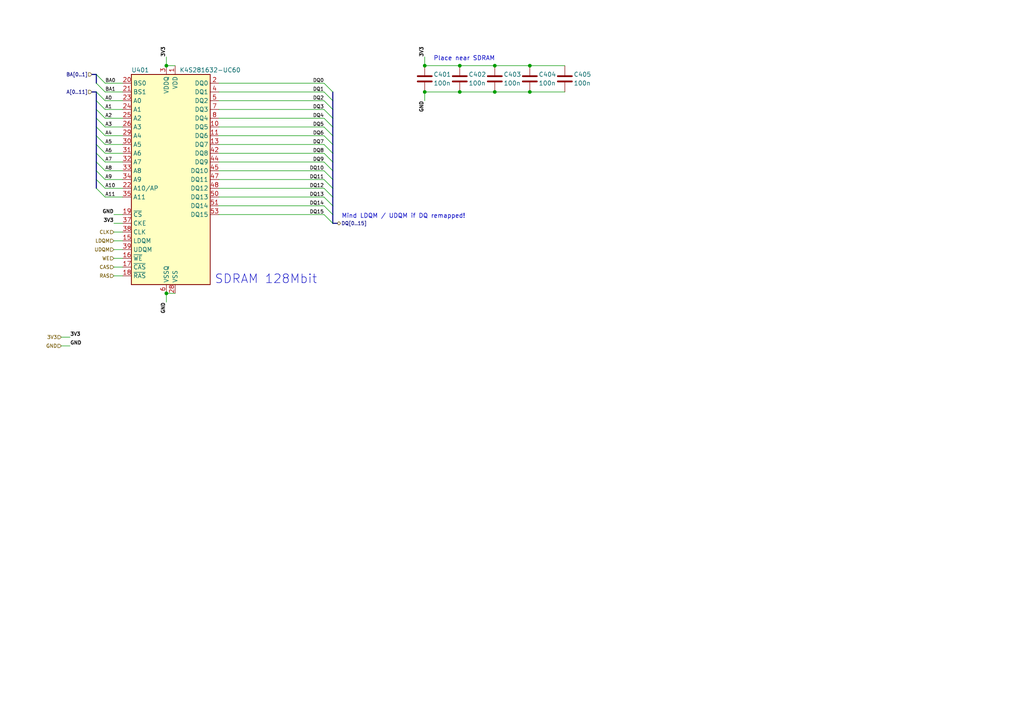
<source format=kicad_sch>
(kicad_sch
	(version 20250114)
	(generator "eeschema")
	(generator_version "9.0")
	(uuid "f57b8bed-92ea-4697-ba42-0ed6a6538d80")
	(paper "A4")
	(title_block
		(title "HeikouBox Mainboard - Memory")
		(date "2022-11-11")
		(rev "v0.1")
		(company "ksk")
	)
	(lib_symbols
		(symbol "Device:C"
			(pin_numbers
				(hide yes)
			)
			(pin_names
				(offset 0.254)
			)
			(exclude_from_sim no)
			(in_bom yes)
			(on_board yes)
			(property "Reference" "C"
				(at 0.635 2.54 0)
				(effects
					(font
						(size 1.27 1.27)
					)
					(justify left)
				)
			)
			(property "Value" "C"
				(at 0.635 -2.54 0)
				(effects
					(font
						(size 1.27 1.27)
					)
					(justify left)
				)
			)
			(property "Footprint" ""
				(at 0.9652 -3.81 0)
				(effects
					(font
						(size 1.27 1.27)
					)
					(hide yes)
				)
			)
			(property "Datasheet" "~"
				(at 0 0 0)
				(effects
					(font
						(size 1.27 1.27)
					)
					(hide yes)
				)
			)
			(property "Description" "Unpolarized capacitor"
				(at 0 0 0)
				(effects
					(font
						(size 1.27 1.27)
					)
					(hide yes)
				)
			)
			(property "ki_keywords" "cap capacitor"
				(at 0 0 0)
				(effects
					(font
						(size 1.27 1.27)
					)
					(hide yes)
				)
			)
			(property "ki_fp_filters" "C_*"
				(at 0 0 0)
				(effects
					(font
						(size 1.27 1.27)
					)
					(hide yes)
				)
			)
			(symbol "C_0_1"
				(polyline
					(pts
						(xy -2.032 0.762) (xy 2.032 0.762)
					)
					(stroke
						(width 0.508)
						(type default)
					)
					(fill
						(type none)
					)
				)
				(polyline
					(pts
						(xy -2.032 -0.762) (xy 2.032 -0.762)
					)
					(stroke
						(width 0.508)
						(type default)
					)
					(fill
						(type none)
					)
				)
			)
			(symbol "C_1_1"
				(pin passive line
					(at 0 3.81 270)
					(length 2.794)
					(name "~"
						(effects
							(font
								(size 1.27 1.27)
							)
						)
					)
					(number "1"
						(effects
							(font
								(size 1.27 1.27)
							)
						)
					)
				)
				(pin passive line
					(at 0 -3.81 90)
					(length 2.794)
					(name "~"
						(effects
							(font
								(size 1.27 1.27)
							)
						)
					)
					(number "2"
						(effects
							(font
								(size 1.27 1.27)
							)
						)
					)
				)
			)
			(embedded_fonts no)
		)
		(symbol "Memory_RAM:W9812G6KH-6"
			(exclude_from_sim no)
			(in_bom yes)
			(on_board yes)
			(property "Reference" "U"
				(at -10.16 31.75 0)
				(effects
					(font
						(size 1.27 1.27)
					)
				)
			)
			(property "Value" "W9812G6KH-6"
				(at -10.16 -33.02 0)
				(effects
					(font
						(size 1.27 1.27)
					)
				)
			)
			(property "Footprint" "Package_SO:TSOP-II-54_22.2x10.16mm_P0.8mm"
				(at 2.54 -7.62 0)
				(effects
					(font
						(size 1.27 1.27)
					)
					(hide yes)
				)
			)
			(property "Datasheet" "https://www.winbond.com/resource-files/da00-w9812g6khc1.pdf"
				(at -10.16 31.75 0)
				(effects
					(font
						(size 1.27 1.27)
					)
					(hide yes)
				)
			)
			(property "Description" "128Mb Synchronous DRAM, 2 Mb x 16 b x 4 Banks, 166 MHz, TSOP-II-54"
				(at 0 0 0)
				(effects
					(font
						(size 1.27 1.27)
					)
					(hide yes)
				)
			)
			(property "ki_keywords" "DRAM MEMORY"
				(at 0 0 0)
				(effects
					(font
						(size 1.27 1.27)
					)
					(hide yes)
				)
			)
			(property "ki_fp_filters" "TSOP?II*22.2x10.16mm*P0.8mm*"
				(at 0 0 0)
				(effects
					(font
						(size 1.27 1.27)
					)
					(hide yes)
				)
			)
			(symbol "W9812G6KH-6_1_1"
				(rectangle
					(start -10.16 30.48)
					(end 12.7 -30.48)
					(stroke
						(width 0.254)
						(type default)
					)
					(fill
						(type background)
					)
				)
				(pin input line
					(at -12.7 27.94 0)
					(length 2.54)
					(name "BS0"
						(effects
							(font
								(size 1.27 1.27)
							)
						)
					)
					(number "20"
						(effects
							(font
								(size 1.27 1.27)
							)
						)
					)
				)
				(pin input line
					(at -12.7 25.4 0)
					(length 2.54)
					(name "BS1"
						(effects
							(font
								(size 1.27 1.27)
							)
						)
					)
					(number "21"
						(effects
							(font
								(size 1.27 1.27)
							)
						)
					)
				)
				(pin input line
					(at -12.7 22.86 0)
					(length 2.54)
					(name "A0"
						(effects
							(font
								(size 1.27 1.27)
							)
						)
					)
					(number "23"
						(effects
							(font
								(size 1.27 1.27)
							)
						)
					)
				)
				(pin input line
					(at -12.7 20.32 0)
					(length 2.54)
					(name "A1"
						(effects
							(font
								(size 1.27 1.27)
							)
						)
					)
					(number "24"
						(effects
							(font
								(size 1.27 1.27)
							)
						)
					)
				)
				(pin input line
					(at -12.7 17.78 0)
					(length 2.54)
					(name "A2"
						(effects
							(font
								(size 1.27 1.27)
							)
						)
					)
					(number "25"
						(effects
							(font
								(size 1.27 1.27)
							)
						)
					)
				)
				(pin input line
					(at -12.7 15.24 0)
					(length 2.54)
					(name "A3"
						(effects
							(font
								(size 1.27 1.27)
							)
						)
					)
					(number "26"
						(effects
							(font
								(size 1.27 1.27)
							)
						)
					)
				)
				(pin input line
					(at -12.7 12.7 0)
					(length 2.54)
					(name "A4"
						(effects
							(font
								(size 1.27 1.27)
							)
						)
					)
					(number "29"
						(effects
							(font
								(size 1.27 1.27)
							)
						)
					)
				)
				(pin input line
					(at -12.7 10.16 0)
					(length 2.54)
					(name "A5"
						(effects
							(font
								(size 1.27 1.27)
							)
						)
					)
					(number "30"
						(effects
							(font
								(size 1.27 1.27)
							)
						)
					)
				)
				(pin input line
					(at -12.7 7.62 0)
					(length 2.54)
					(name "A6"
						(effects
							(font
								(size 1.27 1.27)
							)
						)
					)
					(number "31"
						(effects
							(font
								(size 1.27 1.27)
							)
						)
					)
				)
				(pin input line
					(at -12.7 5.08 0)
					(length 2.54)
					(name "A7"
						(effects
							(font
								(size 1.27 1.27)
							)
						)
					)
					(number "32"
						(effects
							(font
								(size 1.27 1.27)
							)
						)
					)
				)
				(pin input line
					(at -12.7 2.54 0)
					(length 2.54)
					(name "A8"
						(effects
							(font
								(size 1.27 1.27)
							)
						)
					)
					(number "33"
						(effects
							(font
								(size 1.27 1.27)
							)
						)
					)
				)
				(pin input line
					(at -12.7 0 0)
					(length 2.54)
					(name "A9"
						(effects
							(font
								(size 1.27 1.27)
							)
						)
					)
					(number "34"
						(effects
							(font
								(size 1.27 1.27)
							)
						)
					)
				)
				(pin input line
					(at -12.7 -2.54 0)
					(length 2.54)
					(name "A10/AP"
						(effects
							(font
								(size 1.27 1.27)
							)
						)
					)
					(number "22"
						(effects
							(font
								(size 1.27 1.27)
							)
						)
					)
				)
				(pin input line
					(at -12.7 -5.08 0)
					(length 2.54)
					(name "A11"
						(effects
							(font
								(size 1.27 1.27)
							)
						)
					)
					(number "35"
						(effects
							(font
								(size 1.27 1.27)
							)
						)
					)
				)
				(pin input line
					(at -12.7 -10.16 0)
					(length 2.54)
					(name "~{CS}"
						(effects
							(font
								(size 1.27 1.27)
							)
						)
					)
					(number "19"
						(effects
							(font
								(size 1.27 1.27)
							)
						)
					)
				)
				(pin input line
					(at -12.7 -12.7 0)
					(length 2.54)
					(name "CKE"
						(effects
							(font
								(size 1.27 1.27)
							)
						)
					)
					(number "37"
						(effects
							(font
								(size 1.27 1.27)
							)
						)
					)
				)
				(pin input line
					(at -12.7 -15.24 0)
					(length 2.54)
					(name "CLK"
						(effects
							(font
								(size 1.27 1.27)
							)
						)
					)
					(number "38"
						(effects
							(font
								(size 1.27 1.27)
							)
						)
					)
				)
				(pin input line
					(at -12.7 -17.78 0)
					(length 2.54)
					(name "LDQM"
						(effects
							(font
								(size 1.27 1.27)
							)
						)
					)
					(number "15"
						(effects
							(font
								(size 1.27 1.27)
							)
						)
					)
				)
				(pin input line
					(at -12.7 -20.32 0)
					(length 2.54)
					(name "UDQM"
						(effects
							(font
								(size 1.27 1.27)
							)
						)
					)
					(number "39"
						(effects
							(font
								(size 1.27 1.27)
							)
						)
					)
				)
				(pin input line
					(at -12.7 -22.86 0)
					(length 2.54)
					(name "~{WE}"
						(effects
							(font
								(size 1.27 1.27)
							)
						)
					)
					(number "16"
						(effects
							(font
								(size 1.27 1.27)
							)
						)
					)
				)
				(pin input line
					(at -12.7 -25.4 0)
					(length 2.54)
					(name "~{CAS}"
						(effects
							(font
								(size 1.27 1.27)
							)
						)
					)
					(number "17"
						(effects
							(font
								(size 1.27 1.27)
							)
						)
					)
				)
				(pin input line
					(at -12.7 -27.94 0)
					(length 2.54)
					(name "~{RAS}"
						(effects
							(font
								(size 1.27 1.27)
							)
						)
					)
					(number "18"
						(effects
							(font
								(size 1.27 1.27)
							)
						)
					)
				)
				(pin power_in line
					(at 0 33.02 270)
					(length 2.54)
					(name "VDDQ"
						(effects
							(font
								(size 1.27 1.27)
							)
						)
					)
					(number "3"
						(effects
							(font
								(size 1.27 1.27)
							)
						)
					)
				)
				(pin passive line
					(at 0 33.02 270)
					(length 2.54)
					(hide yes)
					(name "VDDQ"
						(effects
							(font
								(size 1.27 1.27)
							)
						)
					)
					(number "43"
						(effects
							(font
								(size 1.27 1.27)
							)
						)
					)
				)
				(pin passive line
					(at 0 33.02 270)
					(length 2.54)
					(hide yes)
					(name "VDDQ"
						(effects
							(font
								(size 1.27 1.27)
							)
						)
					)
					(number "49"
						(effects
							(font
								(size 1.27 1.27)
							)
						)
					)
				)
				(pin passive line
					(at 0 33.02 270)
					(length 2.54)
					(hide yes)
					(name "VDDQ"
						(effects
							(font
								(size 1.27 1.27)
							)
						)
					)
					(number "9"
						(effects
							(font
								(size 1.27 1.27)
							)
						)
					)
				)
				(pin passive line
					(at 0 -33.02 90)
					(length 2.54)
					(hide yes)
					(name "VSSQ"
						(effects
							(font
								(size 1.27 1.27)
							)
						)
					)
					(number "12"
						(effects
							(font
								(size 1.27 1.27)
							)
						)
					)
				)
				(pin passive line
					(at 0 -33.02 90)
					(length 2.54)
					(hide yes)
					(name "VSSQ"
						(effects
							(font
								(size 1.27 1.27)
							)
						)
					)
					(number "46"
						(effects
							(font
								(size 1.27 1.27)
							)
						)
					)
				)
				(pin passive line
					(at 0 -33.02 90)
					(length 2.54)
					(hide yes)
					(name "VSSQ"
						(effects
							(font
								(size 1.27 1.27)
							)
						)
					)
					(number "52"
						(effects
							(font
								(size 1.27 1.27)
							)
						)
					)
				)
				(pin power_in line
					(at 0 -33.02 90)
					(length 2.54)
					(name "VSSQ"
						(effects
							(font
								(size 1.27 1.27)
							)
						)
					)
					(number "6"
						(effects
							(font
								(size 1.27 1.27)
							)
						)
					)
				)
				(pin power_in line
					(at 2.54 33.02 270)
					(length 2.54)
					(name "VDD"
						(effects
							(font
								(size 1.27 1.27)
							)
						)
					)
					(number "1"
						(effects
							(font
								(size 1.27 1.27)
							)
						)
					)
				)
				(pin passive line
					(at 2.54 33.02 270)
					(length 2.54)
					(hide yes)
					(name "VDD"
						(effects
							(font
								(size 1.27 1.27)
							)
						)
					)
					(number "14"
						(effects
							(font
								(size 1.27 1.27)
							)
						)
					)
				)
				(pin passive line
					(at 2.54 33.02 270)
					(length 2.54)
					(hide yes)
					(name "VDD"
						(effects
							(font
								(size 1.27 1.27)
							)
						)
					)
					(number "27"
						(effects
							(font
								(size 1.27 1.27)
							)
						)
					)
				)
				(pin power_in line
					(at 2.54 -33.02 90)
					(length 2.54)
					(name "VSS"
						(effects
							(font
								(size 1.27 1.27)
							)
						)
					)
					(number "28"
						(effects
							(font
								(size 1.27 1.27)
							)
						)
					)
				)
				(pin passive line
					(at 2.54 -33.02 90)
					(length 2.54)
					(hide yes)
					(name "VSS"
						(effects
							(font
								(size 1.27 1.27)
							)
						)
					)
					(number "41"
						(effects
							(font
								(size 1.27 1.27)
							)
						)
					)
				)
				(pin passive line
					(at 2.54 -33.02 90)
					(length 2.54)
					(hide yes)
					(name "VSS"
						(effects
							(font
								(size 1.27 1.27)
							)
						)
					)
					(number "54"
						(effects
							(font
								(size 1.27 1.27)
							)
						)
					)
				)
				(pin no_connect line
					(at 12.7 -15.24 180)
					(length 2.54)
					(hide yes)
					(name "NC"
						(effects
							(font
								(size 1.27 1.27)
							)
						)
					)
					(number "36"
						(effects
							(font
								(size 1.27 1.27)
							)
						)
					)
				)
				(pin no_connect line
					(at 12.7 -17.78 180)
					(length 2.54)
					(hide yes)
					(name "NC"
						(effects
							(font
								(size 1.27 1.27)
							)
						)
					)
					(number "40"
						(effects
							(font
								(size 1.27 1.27)
							)
						)
					)
				)
				(pin bidirectional line
					(at 15.24 27.94 180)
					(length 2.54)
					(name "DQ0"
						(effects
							(font
								(size 1.27 1.27)
							)
						)
					)
					(number "2"
						(effects
							(font
								(size 1.27 1.27)
							)
						)
					)
				)
				(pin bidirectional line
					(at 15.24 25.4 180)
					(length 2.54)
					(name "DQ1"
						(effects
							(font
								(size 1.27 1.27)
							)
						)
					)
					(number "4"
						(effects
							(font
								(size 1.27 1.27)
							)
						)
					)
				)
				(pin bidirectional line
					(at 15.24 22.86 180)
					(length 2.54)
					(name "DQ2"
						(effects
							(font
								(size 1.27 1.27)
							)
						)
					)
					(number "5"
						(effects
							(font
								(size 1.27 1.27)
							)
						)
					)
				)
				(pin bidirectional line
					(at 15.24 20.32 180)
					(length 2.54)
					(name "DQ3"
						(effects
							(font
								(size 1.27 1.27)
							)
						)
					)
					(number "7"
						(effects
							(font
								(size 1.27 1.27)
							)
						)
					)
				)
				(pin bidirectional line
					(at 15.24 17.78 180)
					(length 2.54)
					(name "DQ4"
						(effects
							(font
								(size 1.27 1.27)
							)
						)
					)
					(number "8"
						(effects
							(font
								(size 1.27 1.27)
							)
						)
					)
				)
				(pin bidirectional line
					(at 15.24 15.24 180)
					(length 2.54)
					(name "DQ5"
						(effects
							(font
								(size 1.27 1.27)
							)
						)
					)
					(number "10"
						(effects
							(font
								(size 1.27 1.27)
							)
						)
					)
				)
				(pin bidirectional line
					(at 15.24 12.7 180)
					(length 2.54)
					(name "DQ6"
						(effects
							(font
								(size 1.27 1.27)
							)
						)
					)
					(number "11"
						(effects
							(font
								(size 1.27 1.27)
							)
						)
					)
				)
				(pin bidirectional line
					(at 15.24 10.16 180)
					(length 2.54)
					(name "DQ7"
						(effects
							(font
								(size 1.27 1.27)
							)
						)
					)
					(number "13"
						(effects
							(font
								(size 1.27 1.27)
							)
						)
					)
				)
				(pin bidirectional line
					(at 15.24 7.62 180)
					(length 2.54)
					(name "DQ8"
						(effects
							(font
								(size 1.27 1.27)
							)
						)
					)
					(number "42"
						(effects
							(font
								(size 1.27 1.27)
							)
						)
					)
				)
				(pin bidirectional line
					(at 15.24 5.08 180)
					(length 2.54)
					(name "DQ9"
						(effects
							(font
								(size 1.27 1.27)
							)
						)
					)
					(number "44"
						(effects
							(font
								(size 1.27 1.27)
							)
						)
					)
				)
				(pin bidirectional line
					(at 15.24 2.54 180)
					(length 2.54)
					(name "DQ10"
						(effects
							(font
								(size 1.27 1.27)
							)
						)
					)
					(number "45"
						(effects
							(font
								(size 1.27 1.27)
							)
						)
					)
				)
				(pin bidirectional line
					(at 15.24 0 180)
					(length 2.54)
					(name "DQ11"
						(effects
							(font
								(size 1.27 1.27)
							)
						)
					)
					(number "47"
						(effects
							(font
								(size 1.27 1.27)
							)
						)
					)
				)
				(pin bidirectional line
					(at 15.24 -2.54 180)
					(length 2.54)
					(name "DQ12"
						(effects
							(font
								(size 1.27 1.27)
							)
						)
					)
					(number "48"
						(effects
							(font
								(size 1.27 1.27)
							)
						)
					)
				)
				(pin bidirectional line
					(at 15.24 -5.08 180)
					(length 2.54)
					(name "DQ13"
						(effects
							(font
								(size 1.27 1.27)
							)
						)
					)
					(number "50"
						(effects
							(font
								(size 1.27 1.27)
							)
						)
					)
				)
				(pin bidirectional line
					(at 15.24 -7.62 180)
					(length 2.54)
					(name "DQ14"
						(effects
							(font
								(size 1.27 1.27)
							)
						)
					)
					(number "51"
						(effects
							(font
								(size 1.27 1.27)
							)
						)
					)
				)
				(pin bidirectional line
					(at 15.24 -10.16 180)
					(length 2.54)
					(name "DQ15"
						(effects
							(font
								(size 1.27 1.27)
							)
						)
					)
					(number "53"
						(effects
							(font
								(size 1.27 1.27)
							)
						)
					)
				)
			)
			(embedded_fonts no)
		)
	)
	(text "SDRAM 128Mbit"
		(exclude_from_sim no)
		(at 62.23 82.55 0)
		(effects
			(font
				(size 2.54 2.54)
			)
			(justify left bottom)
		)
		(uuid "25b90cfb-8648-46d0-8dd4-2e63ce1f86da")
	)
	(text "Place near SDRAM"
		(exclude_from_sim no)
		(at 125.73 17.78 0)
		(effects
			(font
				(size 1.27 1.27)
			)
			(justify left bottom)
		)
		(uuid "40f43c5b-199f-491e-9655-3897eb65cf40")
	)
	(text "Mind LDQM / UDQM if DQ remapped!"
		(exclude_from_sim no)
		(at 99.06 63.5 0)
		(effects
			(font
				(size 1.27 1.27)
			)
			(justify left bottom)
		)
		(uuid "dc6387e5-3e24-4f55-aae6-64a3e75bb381")
	)
	(junction
		(at 133.35 19.05)
		(diameter 0)
		(color 0 0 0 0)
		(uuid "1f06e3d9-5a5f-4768-bb26-4aecfee3a393")
	)
	(junction
		(at 153.67 26.67)
		(diameter 0)
		(color 0 0 0 0)
		(uuid "28820948-3560-4080-9f28-2dc7ca8d377a")
	)
	(junction
		(at 133.35 26.67)
		(diameter 0)
		(color 0 0 0 0)
		(uuid "310d4b31-ed6d-480f-b162-959dbc80c9ef")
	)
	(junction
		(at 143.51 19.05)
		(diameter 0)
		(color 0 0 0 0)
		(uuid "311f0e88-52dc-49b1-9be1-795e279c072d")
	)
	(junction
		(at 48.26 85.09)
		(diameter 0)
		(color 0 0 0 0)
		(uuid "73f2ed8d-dd61-435e-b0a9-3d628a3451d9")
	)
	(junction
		(at 123.19 26.67)
		(diameter 0)
		(color 0 0 0 0)
		(uuid "9dfa6b6b-cdc9-4953-b3e8-094a9f7e5609")
	)
	(junction
		(at 123.19 19.05)
		(diameter 0)
		(color 0 0 0 0)
		(uuid "c093d7fb-8bb8-4c67-991e-e7e37e16f8c2")
	)
	(junction
		(at 153.67 19.05)
		(diameter 0)
		(color 0 0 0 0)
		(uuid "d09b3d3c-2bc4-4427-8fd9-45d785cfd301")
	)
	(junction
		(at 143.51 26.67)
		(diameter 0)
		(color 0 0 0 0)
		(uuid "e466de55-e3ae-44e9-a090-0e683d7214af")
	)
	(junction
		(at 48.26 19.05)
		(diameter 0)
		(color 0 0 0 0)
		(uuid "f5570410-08ef-47bc-b508-36dcd1bcde9e")
	)
	(bus_entry
		(at 30.48 46.99)
		(size -2.54 -2.54)
		(stroke
			(width 0)
			(type default)
		)
		(uuid "0326ce77-e98c-4f71-ab6f-1657d9862935")
	)
	(bus_entry
		(at 93.98 46.99)
		(size 2.54 2.54)
		(stroke
			(width 0)
			(type default)
		)
		(uuid "103abfe1-9567-437e-9884-de17d595a5c1")
	)
	(bus_entry
		(at 93.98 54.61)
		(size 2.54 2.54)
		(stroke
			(width 0)
			(type default)
		)
		(uuid "12d868c3-da44-4515-a36b-5f8f8c1e9855")
	)
	(bus_entry
		(at 30.48 36.83)
		(size -2.54 -2.54)
		(stroke
			(width 0)
			(type default)
		)
		(uuid "165fd4a6-b2f9-4119-aee1-b9378da46674")
	)
	(bus_entry
		(at 93.98 57.15)
		(size 2.54 2.54)
		(stroke
			(width 0)
			(type default)
		)
		(uuid "1b23276d-9d77-46f2-a15f-bbee26f17889")
	)
	(bus_entry
		(at 30.48 49.53)
		(size -2.54 -2.54)
		(stroke
			(width 0)
			(type default)
		)
		(uuid "1ba288ce-5a41-45fb-827f-f9d696490098")
	)
	(bus_entry
		(at 93.98 44.45)
		(size 2.54 2.54)
		(stroke
			(width 0)
			(type default)
		)
		(uuid "1c733736-33b1-4d49-b40d-c5add29b17e8")
	)
	(bus_entry
		(at 30.48 39.37)
		(size -2.54 -2.54)
		(stroke
			(width 0)
			(type default)
		)
		(uuid "2db5c1fb-8686-4c2b-bfeb-65d728bedba3")
	)
	(bus_entry
		(at 93.98 31.75)
		(size 2.54 2.54)
		(stroke
			(width 0)
			(type default)
		)
		(uuid "30437a41-3226-4ad9-aeee-342d783f5dc2")
	)
	(bus_entry
		(at 30.48 52.07)
		(size -2.54 -2.54)
		(stroke
			(width 0)
			(type default)
		)
		(uuid "4113eb5c-c66d-470d-94a2-0459b8fd87c1")
	)
	(bus_entry
		(at 30.48 24.13)
		(size -2.54 -2.54)
		(stroke
			(width 0)
			(type default)
		)
		(uuid "43aa07ad-9ffa-4c86-bbf9-1f961474b8c4")
	)
	(bus_entry
		(at 93.98 59.69)
		(size 2.54 2.54)
		(stroke
			(width 0)
			(type default)
		)
		(uuid "46f9699c-c9aa-4120-a5ed-cf60f7224da8")
	)
	(bus_entry
		(at 30.48 54.61)
		(size -2.54 -2.54)
		(stroke
			(width 0)
			(type default)
		)
		(uuid "7c5dae6f-522a-4d5d-8961-677095845d7d")
	)
	(bus_entry
		(at 30.48 41.91)
		(size -2.54 -2.54)
		(stroke
			(width 0)
			(type default)
		)
		(uuid "7c6a84c8-b1ea-4b1b-ab2b-ca0b27f330c0")
	)
	(bus_entry
		(at 93.98 52.07)
		(size 2.54 2.54)
		(stroke
			(width 0)
			(type default)
		)
		(uuid "7e9a08f5-9e28-496f-980d-03e1dc7fb213")
	)
	(bus_entry
		(at 93.98 39.37)
		(size 2.54 2.54)
		(stroke
			(width 0)
			(type default)
		)
		(uuid "8127c310-80d6-48b4-a4ec-4a25ce4818b9")
	)
	(bus_entry
		(at 93.98 24.13)
		(size 2.54 2.54)
		(stroke
			(width 0)
			(type default)
		)
		(uuid "8368de17-268d-493f-bb55-7110d24a72b8")
	)
	(bus_entry
		(at 93.98 29.21)
		(size 2.54 2.54)
		(stroke
			(width 0)
			(type default)
		)
		(uuid "8423a5b0-26aa-400b-9967-5b16e3dae048")
	)
	(bus_entry
		(at 30.48 34.29)
		(size -2.54 -2.54)
		(stroke
			(width 0)
			(type default)
		)
		(uuid "8f99ee4a-9dd6-4b8b-807d-8046b281be9c")
	)
	(bus_entry
		(at 93.98 41.91)
		(size 2.54 2.54)
		(stroke
			(width 0)
			(type default)
		)
		(uuid "99a6592e-9d6e-45c6-8541-7a5ba39d352a")
	)
	(bus_entry
		(at 30.48 44.45)
		(size -2.54 -2.54)
		(stroke
			(width 0)
			(type default)
		)
		(uuid "9b2de121-20c5-424b-88be-0200304bc80a")
	)
	(bus_entry
		(at 30.48 31.75)
		(size -2.54 -2.54)
		(stroke
			(width 0)
			(type default)
		)
		(uuid "a586dfe1-0153-42c8-8f5b-8302b6836336")
	)
	(bus_entry
		(at 30.48 29.21)
		(size -2.54 -2.54)
		(stroke
			(width 0)
			(type default)
		)
		(uuid "bb8ead05-5a82-4e88-979d-b519f537c805")
	)
	(bus_entry
		(at 30.48 57.15)
		(size -2.54 -2.54)
		(stroke
			(width 0)
			(type default)
		)
		(uuid "bbe3d3b7-da90-41ea-bdd2-ce9202f6bde6")
	)
	(bus_entry
		(at 93.98 34.29)
		(size 2.54 2.54)
		(stroke
			(width 0)
			(type default)
		)
		(uuid "c4037087-d610-45cc-82df-badafb4e2033")
	)
	(bus_entry
		(at 93.98 36.83)
		(size 2.54 2.54)
		(stroke
			(width 0)
			(type default)
		)
		(uuid "cda0d263-c754-4a06-8e8b-49d2ddb1ed81")
	)
	(bus_entry
		(at 93.98 62.23)
		(size 2.54 2.54)
		(stroke
			(width 0)
			(type default)
		)
		(uuid "d12766d3-cdb4-4b7f-8ad1-680f8696a62c")
	)
	(bus_entry
		(at 30.48 26.67)
		(size -2.54 -2.54)
		(stroke
			(width 0)
			(type default)
		)
		(uuid "d157a1c5-3a93-4a9e-8373-e890cbcc47c7")
	)
	(bus_entry
		(at 93.98 26.67)
		(size 2.54 2.54)
		(stroke
			(width 0)
			(type default)
		)
		(uuid "d95f52e6-1c32-4a55-abfc-8c12c5a3faed")
	)
	(bus_entry
		(at 93.98 49.53)
		(size 2.54 2.54)
		(stroke
			(width 0)
			(type default)
		)
		(uuid "de5a6756-2ff4-484e-b476-5202e9c0b71b")
	)
	(wire
		(pts
			(xy 48.26 19.05) (xy 50.8 19.05)
		)
		(stroke
			(width 0)
			(type default)
		)
		(uuid "02c533de-e429-4952-8cd1-c1ffbcdcc37f")
	)
	(wire
		(pts
			(xy 30.48 41.91) (xy 35.56 41.91)
		)
		(stroke
			(width 0)
			(type default)
		)
		(uuid "07d9f780-c308-4f6c-9e23-da24ea214336")
	)
	(bus
		(pts
			(xy 27.94 26.67) (xy 27.94 29.21)
		)
		(stroke
			(width 0)
			(type default)
		)
		(uuid "07f7b03a-1b53-4db4-b2bc-699c5f7f664f")
	)
	(wire
		(pts
			(xy 30.48 29.21) (xy 35.56 29.21)
		)
		(stroke
			(width 0)
			(type default)
		)
		(uuid "0b75b2dd-cc44-4b59-b352-5138156d0cb0")
	)
	(wire
		(pts
			(xy 63.5 34.29) (xy 93.98 34.29)
		)
		(stroke
			(width 0)
			(type default)
		)
		(uuid "0bc52f0e-cad8-43df-a057-f0256eb8734f")
	)
	(bus
		(pts
			(xy 96.52 54.61) (xy 96.52 57.15)
		)
		(stroke
			(width 0)
			(type default)
		)
		(uuid "1108770a-fb65-416a-ba8b-765e058b4a20")
	)
	(bus
		(pts
			(xy 27.94 26.67) (xy 26.67 26.67)
		)
		(stroke
			(width 0)
			(type default)
		)
		(uuid "118ac8b3-4338-4bd4-959f-f86e166242c2")
	)
	(wire
		(pts
			(xy 63.5 54.61) (xy 93.98 54.61)
		)
		(stroke
			(width 0)
			(type default)
		)
		(uuid "168b4736-f663-4455-a47f-2908ed129c51")
	)
	(wire
		(pts
			(xy 30.48 26.67) (xy 35.56 26.67)
		)
		(stroke
			(width 0)
			(type default)
		)
		(uuid "1bd62ca8-dde7-436a-b4a0-2c92ceed813d")
	)
	(wire
		(pts
			(xy 30.48 24.13) (xy 35.56 24.13)
		)
		(stroke
			(width 0)
			(type default)
		)
		(uuid "236b6138-8415-46d6-a41e-f2449f46c6f7")
	)
	(wire
		(pts
			(xy 123.19 19.05) (xy 133.35 19.05)
		)
		(stroke
			(width 0)
			(type default)
		)
		(uuid "25ee91cf-a0a8-4eef-b377-43366b0da972")
	)
	(wire
		(pts
			(xy 143.51 26.67) (xy 153.67 26.67)
		)
		(stroke
			(width 0)
			(type default)
		)
		(uuid "278bebcd-b066-4835-890c-1c5fcde180d2")
	)
	(wire
		(pts
			(xy 63.5 49.53) (xy 93.98 49.53)
		)
		(stroke
			(width 0)
			(type default)
		)
		(uuid "281f3778-a5b9-4c71-8fbf-2aa7746a41dd")
	)
	(wire
		(pts
			(xy 63.5 62.23) (xy 93.98 62.23)
		)
		(stroke
			(width 0)
			(type default)
		)
		(uuid "293bdc32-9a5d-456f-abd1-1f13456f8fa2")
	)
	(wire
		(pts
			(xy 30.48 39.37) (xy 35.56 39.37)
		)
		(stroke
			(width 0)
			(type default)
		)
		(uuid "2b83055d-eb87-489d-86a1-e8fe6a61c700")
	)
	(wire
		(pts
			(xy 33.02 69.85) (xy 35.56 69.85)
		)
		(stroke
			(width 0)
			(type default)
		)
		(uuid "30dbf0c5-5e6b-4a2b-a3f0-7b42cac490d4")
	)
	(wire
		(pts
			(xy 30.48 31.75) (xy 35.56 31.75)
		)
		(stroke
			(width 0)
			(type default)
		)
		(uuid "3e6365a6-9cd1-4799-8216-508d7fa97990")
	)
	(wire
		(pts
			(xy 153.67 19.05) (xy 163.83 19.05)
		)
		(stroke
			(width 0)
			(type default)
		)
		(uuid "3fafd395-5241-45f7-ac3b-ff5cb85f2fcd")
	)
	(bus
		(pts
			(xy 27.94 46.99) (xy 27.94 49.53)
		)
		(stroke
			(width 0)
			(type default)
		)
		(uuid "41d120c7-4b04-4d8f-b254-4b3166a9d336")
	)
	(bus
		(pts
			(xy 96.52 62.23) (xy 96.52 64.77)
		)
		(stroke
			(width 0)
			(type default)
		)
		(uuid "462cb522-e084-421a-b120-c8ce6f26977d")
	)
	(wire
		(pts
			(xy 123.19 26.67) (xy 133.35 26.67)
		)
		(stroke
			(width 0)
			(type default)
		)
		(uuid "4a4ecd21-1c0a-48ba-bc31-382daea5846c")
	)
	(wire
		(pts
			(xy 63.5 26.67) (xy 93.98 26.67)
		)
		(stroke
			(width 0)
			(type default)
		)
		(uuid "4d9c8394-e993-4b9a-a909-37f6e2b855ed")
	)
	(wire
		(pts
			(xy 33.02 77.47) (xy 35.56 77.47)
		)
		(stroke
			(width 0)
			(type default)
		)
		(uuid "52128fb3-95fd-467c-98e8-fe0c0c8536f5")
	)
	(bus
		(pts
			(xy 96.52 29.21) (xy 96.52 31.75)
		)
		(stroke
			(width 0)
			(type default)
		)
		(uuid "530bfde2-ff3f-45ec-8384-56c573eb6c45")
	)
	(bus
		(pts
			(xy 96.52 26.67) (xy 96.52 29.21)
		)
		(stroke
			(width 0)
			(type default)
		)
		(uuid "5535165d-3077-4ebb-be17-937b1bb00a36")
	)
	(wire
		(pts
			(xy 33.02 74.93) (xy 35.56 74.93)
		)
		(stroke
			(width 0)
			(type default)
		)
		(uuid "577bb8be-547e-4eee-b278-927fb2da856a")
	)
	(bus
		(pts
			(xy 96.52 64.77) (xy 97.79 64.77)
		)
		(stroke
			(width 0)
			(type default)
		)
		(uuid "5b14a70d-178b-47c6-800a-8c4010f00c89")
	)
	(wire
		(pts
			(xy 33.02 72.39) (xy 35.56 72.39)
		)
		(stroke
			(width 0)
			(type default)
		)
		(uuid "5c1dc31e-9ded-48cd-a75d-dca7a1e68e18")
	)
	(bus
		(pts
			(xy 96.52 59.69) (xy 96.52 62.23)
		)
		(stroke
			(width 0)
			(type default)
		)
		(uuid "5cf98ba4-9d3e-4247-ab70-f3c2430e537a")
	)
	(wire
		(pts
			(xy 30.48 49.53) (xy 35.56 49.53)
		)
		(stroke
			(width 0)
			(type default)
		)
		(uuid "60165735-0407-46cf-a727-65e6558f0e53")
	)
	(bus
		(pts
			(xy 96.52 39.37) (xy 96.52 41.91)
		)
		(stroke
			(width 0)
			(type default)
		)
		(uuid "6b966359-7413-454b-be04-405ea3692879")
	)
	(wire
		(pts
			(xy 163.83 26.67) (xy 153.67 26.67)
		)
		(stroke
			(width 0)
			(type default)
		)
		(uuid "6e56e223-846f-40bc-a854-0184f29bd7f7")
	)
	(bus
		(pts
			(xy 96.52 52.07) (xy 96.52 54.61)
		)
		(stroke
			(width 0)
			(type default)
		)
		(uuid "71b43e97-8c8a-4055-aedc-9e889244bc5e")
	)
	(bus
		(pts
			(xy 96.52 31.75) (xy 96.52 34.29)
		)
		(stroke
			(width 0)
			(type default)
		)
		(uuid "72bb91f2-9c11-4c0b-875b-216f5b32da63")
	)
	(bus
		(pts
			(xy 96.52 34.29) (xy 96.52 36.83)
		)
		(stroke
			(width 0)
			(type default)
		)
		(uuid "72ef77cf-bc25-4973-99e4-976656bd09ca")
	)
	(wire
		(pts
			(xy 123.19 29.21) (xy 123.19 26.67)
		)
		(stroke
			(width 0)
			(type default)
		)
		(uuid "7373ecbd-2524-4c23-b51b-0afed955c315")
	)
	(wire
		(pts
			(xy 30.48 34.29) (xy 35.56 34.29)
		)
		(stroke
			(width 0)
			(type default)
		)
		(uuid "7d848b77-940a-4097-bef4-3629661b5114")
	)
	(bus
		(pts
			(xy 27.94 49.53) (xy 27.94 52.07)
		)
		(stroke
			(width 0)
			(type default)
		)
		(uuid "7efe05e2-59df-415f-b6e2-8b7a9e89c848")
	)
	(wire
		(pts
			(xy 63.5 59.69) (xy 93.98 59.69)
		)
		(stroke
			(width 0)
			(type default)
		)
		(uuid "80793a97-23ec-44c1-afc0-645f4724a356")
	)
	(wire
		(pts
			(xy 48.26 16.51) (xy 48.26 19.05)
		)
		(stroke
			(width 0)
			(type default)
		)
		(uuid "80f2bb60-4ca9-4544-88e8-e980d3e9c287")
	)
	(wire
		(pts
			(xy 63.5 36.83) (xy 93.98 36.83)
		)
		(stroke
			(width 0)
			(type default)
		)
		(uuid "83fc4aa4-1b69-4572-a915-facd214ad90b")
	)
	(wire
		(pts
			(xy 63.5 57.15) (xy 93.98 57.15)
		)
		(stroke
			(width 0)
			(type default)
		)
		(uuid "844900be-3470-4944-ba18-e38873cf2e02")
	)
	(bus
		(pts
			(xy 27.94 41.91) (xy 27.94 44.45)
		)
		(stroke
			(width 0)
			(type default)
		)
		(uuid "84c7fcc9-192b-486a-8682-32711ad7aaf6")
	)
	(wire
		(pts
			(xy 143.51 19.05) (xy 153.67 19.05)
		)
		(stroke
			(width 0)
			(type default)
		)
		(uuid "8947fd5c-c5c8-4216-933c-510f2dfe789d")
	)
	(wire
		(pts
			(xy 63.5 31.75) (xy 93.98 31.75)
		)
		(stroke
			(width 0)
			(type default)
		)
		(uuid "8c0c02f2-d718-47d5-9492-398543c76d0a")
	)
	(wire
		(pts
			(xy 33.02 80.01) (xy 35.56 80.01)
		)
		(stroke
			(width 0)
			(type default)
		)
		(uuid "8ead1aad-9381-4643-ad26-2bc4407db0c6")
	)
	(bus
		(pts
			(xy 96.52 57.15) (xy 96.52 59.69)
		)
		(stroke
			(width 0)
			(type default)
		)
		(uuid "8ffe34b1-db66-4fb0-a8a9-01e25cfca0d3")
	)
	(wire
		(pts
			(xy 33.02 64.77) (xy 35.56 64.77)
		)
		(stroke
			(width 0)
			(type default)
		)
		(uuid "90567887-85fd-43fb-b364-1f209a100f2d")
	)
	(bus
		(pts
			(xy 96.52 46.99) (xy 96.52 49.53)
		)
		(stroke
			(width 0)
			(type default)
		)
		(uuid "9537d9de-991b-4302-989b-0085c48f7100")
	)
	(bus
		(pts
			(xy 96.52 49.53) (xy 96.52 52.07)
		)
		(stroke
			(width 0)
			(type default)
		)
		(uuid "9673b6b8-a69d-4f72-9e89-523a04fab21a")
	)
	(wire
		(pts
			(xy 123.19 16.51) (xy 123.19 19.05)
		)
		(stroke
			(width 0)
			(type default)
		)
		(uuid "99e6e202-7553-4703-8edc-3482fbf5cea6")
	)
	(bus
		(pts
			(xy 27.94 36.83) (xy 27.94 39.37)
		)
		(stroke
			(width 0)
			(type default)
		)
		(uuid "9aa4feb3-1c5b-431c-9aba-e9a2525a9922")
	)
	(bus
		(pts
			(xy 96.52 36.83) (xy 96.52 39.37)
		)
		(stroke
			(width 0)
			(type default)
		)
		(uuid "a590f02b-4ed3-4070-8584-15be65186309")
	)
	(wire
		(pts
			(xy 33.02 62.23) (xy 35.56 62.23)
		)
		(stroke
			(width 0)
			(type default)
		)
		(uuid "a59c4650-156f-4357-8b5b-1d370754ef71")
	)
	(wire
		(pts
			(xy 63.5 41.91) (xy 93.98 41.91)
		)
		(stroke
			(width 0)
			(type default)
		)
		(uuid "a5a86b9d-e278-4da5-9b13-d6edbbf50c41")
	)
	(wire
		(pts
			(xy 133.35 19.05) (xy 143.51 19.05)
		)
		(stroke
			(width 0)
			(type default)
		)
		(uuid "abaecffa-4131-45fd-a192-a7a8c94c050d")
	)
	(wire
		(pts
			(xy 48.26 87.63) (xy 48.26 85.09)
		)
		(stroke
			(width 0)
			(type default)
		)
		(uuid "ac097305-20d3-4d2d-a1f6-6fcd39a250e8")
	)
	(wire
		(pts
			(xy 63.5 46.99) (xy 93.98 46.99)
		)
		(stroke
			(width 0)
			(type default)
		)
		(uuid "ad971ae1-84d8-48ae-a865-616c65d12657")
	)
	(bus
		(pts
			(xy 27.94 34.29) (xy 27.94 36.83)
		)
		(stroke
			(width 0)
			(type default)
		)
		(uuid "add5dcd5-56ea-47ad-b781-bd31cb88ac68")
	)
	(bus
		(pts
			(xy 27.94 31.75) (xy 27.94 34.29)
		)
		(stroke
			(width 0)
			(type default)
		)
		(uuid "b0d412c4-ce30-4ee2-becf-7be5c8324fff")
	)
	(wire
		(pts
			(xy 30.48 46.99) (xy 35.56 46.99)
		)
		(stroke
			(width 0)
			(type default)
		)
		(uuid "b55841b0-8145-4874-be9c-15f648eaaacb")
	)
	(wire
		(pts
			(xy 30.48 44.45) (xy 35.56 44.45)
		)
		(stroke
			(width 0)
			(type default)
		)
		(uuid "b6cea082-a1dd-4bac-85cf-1c94d29d5b9e")
	)
	(wire
		(pts
			(xy 48.26 85.09) (xy 50.8 85.09)
		)
		(stroke
			(width 0)
			(type default)
		)
		(uuid "b91dce1a-b625-4356-8990-da888b7d5fdd")
	)
	(bus
		(pts
			(xy 27.94 39.37) (xy 27.94 41.91)
		)
		(stroke
			(width 0)
			(type default)
		)
		(uuid "bbcc941a-7f0e-40c5-a426-c9901a4011fb")
	)
	(wire
		(pts
			(xy 33.02 67.31) (xy 35.56 67.31)
		)
		(stroke
			(width 0)
			(type default)
		)
		(uuid "bea4942d-cedf-44fa-bbe8-d741fe0fe5e0")
	)
	(wire
		(pts
			(xy 30.48 52.07) (xy 35.56 52.07)
		)
		(stroke
			(width 0)
			(type default)
		)
		(uuid "c1aac32c-2f1d-43a5-b1a8-3d8494254a8a")
	)
	(bus
		(pts
			(xy 96.52 44.45) (xy 96.52 46.99)
		)
		(stroke
			(width 0)
			(type default)
		)
		(uuid "c51bd634-800b-400f-b056-f407284a6cc8")
	)
	(wire
		(pts
			(xy 63.5 29.21) (xy 93.98 29.21)
		)
		(stroke
			(width 0)
			(type default)
		)
		(uuid "c7694c13-e28a-4d2d-9cc1-013dcec44c35")
	)
	(wire
		(pts
			(xy 63.5 44.45) (xy 93.98 44.45)
		)
		(stroke
			(width 0)
			(type default)
		)
		(uuid "c9101be0-95c3-4ddf-9b45-817720c89107")
	)
	(wire
		(pts
			(xy 30.48 57.15) (xy 35.56 57.15)
		)
		(stroke
			(width 0)
			(type default)
		)
		(uuid "cd388f07-64b7-42c2-a2a5-c7d534f56166")
	)
	(wire
		(pts
			(xy 63.5 39.37) (xy 93.98 39.37)
		)
		(stroke
			(width 0)
			(type default)
		)
		(uuid "cf82e720-96e1-41f1-9565-fe85fda96082")
	)
	(bus
		(pts
			(xy 27.94 21.59) (xy 26.67 21.59)
		)
		(stroke
			(width 0)
			(type default)
		)
		(uuid "d5088e53-c32e-41bb-aea8-b0ab9caa90c5")
	)
	(wire
		(pts
			(xy 133.35 26.67) (xy 143.51 26.67)
		)
		(stroke
			(width 0)
			(type default)
		)
		(uuid "d51fe905-718d-4047-9d95-aeeaa165ea02")
	)
	(bus
		(pts
			(xy 96.52 41.91) (xy 96.52 44.45)
		)
		(stroke
			(width 0)
			(type default)
		)
		(uuid "d9e5ce8b-571c-4467-9c4e-7bea7aaeddcc")
	)
	(bus
		(pts
			(xy 27.94 21.59) (xy 27.94 24.13)
		)
		(stroke
			(width 0)
			(type default)
		)
		(uuid "dbaf8581-ee0f-4579-9a98-00b8ee919586")
	)
	(wire
		(pts
			(xy 20.32 100.33) (xy 17.78 100.33)
		)
		(stroke
			(width 0)
			(type default)
		)
		(uuid "dc33802a-045e-4f21-9be0-ccc53689d65a")
	)
	(bus
		(pts
			(xy 27.94 52.07) (xy 27.94 54.61)
		)
		(stroke
			(width 0)
			(type default)
		)
		(uuid "ddc09275-84e2-4ebd-a685-a6fa94f52bdd")
	)
	(wire
		(pts
			(xy 20.32 97.79) (xy 17.78 97.79)
		)
		(stroke
			(width 0)
			(type default)
		)
		(uuid "df3d98b3-324e-444d-a599-860ee394ec73")
	)
	(bus
		(pts
			(xy 27.94 29.21) (xy 27.94 31.75)
		)
		(stroke
			(width 0)
			(type default)
		)
		(uuid "e3b2ba3e-6003-42a8-91fc-41c185ffcd73")
	)
	(wire
		(pts
			(xy 63.5 24.13) (xy 93.98 24.13)
		)
		(stroke
			(width 0)
			(type default)
		)
		(uuid "e8219fda-1ddb-415d-99c1-c7ed0c0ffd1a")
	)
	(wire
		(pts
			(xy 30.48 54.61) (xy 35.56 54.61)
		)
		(stroke
			(width 0)
			(type default)
		)
		(uuid "f2f835a5-1a35-4d20-9d0b-9a03d436440e")
	)
	(wire
		(pts
			(xy 30.48 36.83) (xy 35.56 36.83)
		)
		(stroke
			(width 0)
			(type default)
		)
		(uuid "f5fa34bb-561f-40a2-806e-49f9f0b9907a")
	)
	(wire
		(pts
			(xy 63.5 52.07) (xy 93.98 52.07)
		)
		(stroke
			(width 0)
			(type default)
		)
		(uuid "f7c42789-bb6a-439c-8893-c0b9184edba8")
	)
	(bus
		(pts
			(xy 27.94 44.45) (xy 27.94 46.99)
		)
		(stroke
			(width 0)
			(type default)
		)
		(uuid "f8c08fa4-3748-4c4c-b218-faaa7eb96437")
	)
	(label "DQ11"
		(at 93.98 52.07 180)
		(effects
			(font
				(size 1.016 1.016)
			)
			(justify right bottom)
		)
		(uuid "0eec1fa0-57ec-460c-a987-730054a5e1b2")
	)
	(label "A4"
		(at 30.48 39.37 0)
		(effects
			(font
				(size 1.016 1.016)
			)
			(justify left bottom)
		)
		(uuid "0fc54599-1c82-4be4-b806-e399e838823e")
	)
	(label "3V3"
		(at 123.19 16.51 90)
		(effects
			(font
				(size 1.016 1.016)
				(thickness 0.2032)
				(bold yes)
			)
			(justify left bottom)
		)
		(uuid "1a989307-ac0a-4371-8aae-340c407e4c72")
	)
	(label "A5"
		(at 30.48 41.91 0)
		(effects
			(font
				(size 1.016 1.016)
			)
			(justify left bottom)
		)
		(uuid "2252fae7-017a-47dc-8cf2-bd1aee7f68b7")
	)
	(label "A6"
		(at 30.48 44.45 0)
		(effects
			(font
				(size 1.016 1.016)
			)
			(justify left bottom)
		)
		(uuid "29e77fa0-126f-45c1-9edd-1e7dce894aa0")
	)
	(label "GND"
		(at 20.32 100.33 0)
		(effects
			(font
				(size 1.016 1.016)
				(thickness 0.2032)
				(bold yes)
			)
			(justify left bottom)
		)
		(uuid "2d504854-60d5-43e0-a1e1-7fd51b468b37")
	)
	(label "DQ2"
		(at 93.98 29.21 180)
		(effects
			(font
				(size 1.016 1.016)
			)
			(justify right bottom)
		)
		(uuid "38cf8dc1-7ca7-41a1-872a-6835f94f2313")
	)
	(label "A0"
		(at 30.48 29.21 0)
		(effects
			(font
				(size 1.016 1.016)
			)
			(justify left bottom)
		)
		(uuid "3e0bd504-103c-44a0-bdd6-aa23b6f0be32")
	)
	(label "DQ0"
		(at 93.98 24.13 180)
		(effects
			(font
				(size 1.016 1.016)
			)
			(justify right bottom)
		)
		(uuid "3f0efa00-1756-4e67-9e4f-981b195c77d7")
	)
	(label "A8"
		(at 30.48 49.53 0)
		(effects
			(font
				(size 1.016 1.016)
			)
			(justify left bottom)
		)
		(uuid "54f7fb9c-2f86-4fd0-8e5b-caed5eaaf3c8")
	)
	(label "DQ1"
		(at 93.98 26.67 180)
		(effects
			(font
				(size 1.016 1.016)
			)
			(justify right bottom)
		)
		(uuid "59693ea2-6848-4b19-aabf-342f71e19a5c")
	)
	(label "A2"
		(at 30.48 34.29 0)
		(effects
			(font
				(size 1.016 1.016)
			)
			(justify left bottom)
		)
		(uuid "62b06156-63f1-4b30-a1ba-ac58c299e158")
	)
	(label "GND"
		(at 123.19 29.21 270)
		(effects
			(font
				(size 1.016 1.016)
				(thickness 0.2032)
				(bold yes)
			)
			(justify right bottom)
		)
		(uuid "67cce9e7-7a28-4d10-980d-7417fcf2efb4")
	)
	(label "DQ13"
		(at 93.98 57.15 180)
		(effects
			(font
				(size 1.016 1.016)
			)
			(justify right bottom)
		)
		(uuid "6f467860-5319-4c32-86a5-4fb3b12bc299")
	)
	(label "3V3"
		(at 33.02 64.77 180)
		(effects
			(font
				(size 1.016 1.016)
				(thickness 0.2032)
				(bold yes)
			)
			(justify right bottom)
		)
		(uuid "7087fe02-c09c-42fe-9e3a-f2c5e7c465f8")
	)
	(label "DQ8"
		(at 93.98 44.45 180)
		(effects
			(font
				(size 1.016 1.016)
			)
			(justify right bottom)
		)
		(uuid "778704af-6272-4aaa-aaea-caaa0d0c0ee0")
	)
	(label "BA1"
		(at 30.48 26.67 0)
		(effects
			(font
				(size 1.016 1.016)
			)
			(justify left bottom)
		)
		(uuid "849fc634-3d07-45c9-8323-ed5ab66ef3b2")
	)
	(label "A7"
		(at 30.48 46.99 0)
		(effects
			(font
				(size 1.016 1.016)
			)
			(justify left bottom)
		)
		(uuid "8a0ed6c1-457c-4344-8cae-0fc30269e481")
	)
	(label "DQ10"
		(at 93.98 49.53 180)
		(effects
			(font
				(size 1.016 1.016)
			)
			(justify right bottom)
		)
		(uuid "8f826564-5195-463b-a559-8858e99832ad")
	)
	(label "DQ5"
		(at 93.98 36.83 180)
		(effects
			(font
				(size 1.016 1.016)
			)
			(justify right bottom)
		)
		(uuid "b5d94b93-c8c8-45a1-b1df-bf385562a508")
	)
	(label "A1"
		(at 30.48 31.75 0)
		(effects
			(font
				(size 1.016 1.016)
			)
			(justify left bottom)
		)
		(uuid "b9d8df30-dbd8-486a-93be-e95fbd7edcb6")
	)
	(label "BA0"
		(at 30.48 24.13 0)
		(effects
			(font
				(size 1.016 1.016)
			)
			(justify left bottom)
		)
		(uuid "bf8739bb-34fe-4e43-9229-65ca83a06c11")
	)
	(label "DQ14"
		(at 93.98 59.69 180)
		(effects
			(font
				(size 1.016 1.016)
			)
			(justify right bottom)
		)
		(uuid "c1f6e2d7-ecc9-4056-a704-f843c21c9c54")
	)
	(label "A3"
		(at 30.48 36.83 0)
		(effects
			(font
				(size 1.016 1.016)
			)
			(justify left bottom)
		)
		(uuid "c6ba38ed-e03b-4162-97e6-589507b9f4c2")
	)
	(label "DQ3"
		(at 93.98 31.75 180)
		(effects
			(font
				(size 1.016 1.016)
			)
			(justify right bottom)
		)
		(uuid "c71b44a1-e223-4103-a8a2-d7cc5eb7c10a")
	)
	(label "GND"
		(at 33.02 62.23 180)
		(effects
			(font
				(size 1.016 1.016)
				(thickness 0.2032)
				(bold yes)
			)
			(justify right bottom)
		)
		(uuid "c84b4bf8-679e-4af9-87e4-70e3b6e9ad4a")
	)
	(label "A10"
		(at 30.48 54.61 0)
		(effects
			(font
				(size 1.016 1.016)
			)
			(justify left bottom)
		)
		(uuid "ca323d27-4219-4369-b348-18440f587609")
	)
	(label "DQ7"
		(at 93.98 41.91 180)
		(effects
			(font
				(size 1.016 1.016)
			)
			(justify right bottom)
		)
		(uuid "cc3c4464-ea51-485f-9146-bf420ac7bad4")
	)
	(label "DQ12"
		(at 93.98 54.61 180)
		(effects
			(font
				(size 1.016 1.016)
			)
			(justify right bottom)
		)
		(uuid "d9437663-2c20-4e29-b2b2-a813a36d1942")
	)
	(label "DQ4"
		(at 93.98 34.29 180)
		(effects
			(font
				(size 1.016 1.016)
			)
			(justify right bottom)
		)
		(uuid "dca21df1-ff8b-4c10-9324-87262dd3d8f3")
	)
	(label "A9"
		(at 30.48 52.07 0)
		(effects
			(font
				(size 1.016 1.016)
			)
			(justify left bottom)
		)
		(uuid "de0ea027-01d9-4f3f-b22f-56d656585729")
	)
	(label "DQ9"
		(at 93.98 46.99 180)
		(effects
			(font
				(size 1.016 1.016)
			)
			(justify right bottom)
		)
		(uuid "e05e13d0-a8f7-48e5-bb03-a4f125b08a20")
	)
	(label "GND"
		(at 48.26 87.63 270)
		(effects
			(font
				(size 1.016 1.016)
				(thickness 0.2032)
				(bold yes)
			)
			(justify right bottom)
		)
		(uuid "e804a3cf-3be8-4cf9-a263-69f30426fc33")
	)
	(label "A11"
		(at 30.48 57.15 0)
		(effects
			(font
				(size 1.016 1.016)
			)
			(justify left bottom)
		)
		(uuid "e80bd342-b1ff-47d0-a53e-263923c54414")
	)
	(label "3V3"
		(at 48.26 16.51 90)
		(effects
			(font
				(size 1.016 1.016)
				(thickness 0.2032)
				(bold yes)
			)
			(justify left bottom)
		)
		(uuid "f161877a-95ac-4432-86e2-17f060a06245")
	)
	(label "3V3"
		(at 20.32 97.79 0)
		(effects
			(font
				(size 1.016 1.016)
				(thickness 0.2032)
				(bold yes)
			)
			(justify left bottom)
		)
		(uuid "f4595067-529d-4c51-9e71-93bf14026fb8")
	)
	(label "DQ15"
		(at 93.98 62.23 180)
		(effects
			(font
				(size 1.016 1.016)
			)
			(justify right bottom)
		)
		(uuid "fa8f97a4-ef97-4013-bc5b-7b120ab1f308")
	)
	(label "DQ6"
		(at 93.98 39.37 180)
		(effects
			(font
				(size 1.016 1.016)
			)
			(justify right bottom)
		)
		(uuid "fb45428d-d70d-49b6-8ef7-30b2ef125ea6")
	)
	(hierarchical_label "BA[0..1]"
		(shape input)
		(at 26.67 21.59 180)
		(effects
			(font
				(size 1.016 1.016)
			)
			(justify right)
		)
		(uuid "3d0a6723-6d44-4555-b208-a4269e0e6296")
	)
	(hierarchical_label "A[0..11]"
		(shape input)
		(at 26.67 26.67 180)
		(effects
			(font
				(size 1.016 1.016)
			)
			(justify right)
		)
		(uuid "3e846a4e-90eb-419c-9f2a-a3400f9b36eb")
	)
	(hierarchical_label "DQ[0..15]"
		(shape bidirectional)
		(at 97.79 64.77 0)
		(effects
			(font
				(size 1.016 1.016)
			)
			(justify left)
		)
		(uuid "42b8741e-15e7-4da3-b8f2-248e6983a369")
	)
	(hierarchical_label "CAS"
		(shape input)
		(at 33.02 77.47 180)
		(effects
			(font
				(size 1.016 1.016)
			)
			(justify right)
		)
		(uuid "51016f7e-ceb0-473d-a816-47f66507ea07")
	)
	(hierarchical_label "WE"
		(shape input)
		(at 33.02 74.93 180)
		(effects
			(font
				(size 1.016 1.016)
			)
			(justify right)
		)
		(uuid "694ff644-4612-4ee3-b14c-8547b1073259")
	)
	(hierarchical_label "UDQM"
		(shape input)
		(at 33.02 72.39 180)
		(effects
			(font
				(size 1.016 1.016)
			)
			(justify right)
		)
		(uuid "83665453-7d38-4fd8-9c17-3b83c58e274e")
	)
	(hierarchical_label "3V3"
		(shape input)
		(at 17.78 97.79 180)
		(effects
			(font
				(size 1.016 1.016)
			)
			(justify right)
		)
		(uuid "9df87ca7-41c2-448b-94aa-f2b12ac5b7b9")
	)
	(hierarchical_label "CLK"
		(shape input)
		(at 33.02 67.31 180)
		(effects
			(font
				(size 1.016 1.016)
			)
			(justify right)
		)
		(uuid "bbbc26ef-1c6f-4537-a3b0-b94e4f92e2f6")
	)
	(hierarchical_label "GND"
		(shape input)
		(at 17.78 100.33 180)
		(effects
			(font
				(size 1.016 1.016)
			)
			(justify right)
		)
		(uuid "bd954e46-37d9-4f14-95f9-eb9f8eb10ac0")
	)
	(hierarchical_label "LDQM"
		(shape input)
		(at 33.02 69.85 180)
		(effects
			(font
				(size 1.016 1.016)
			)
			(justify right)
		)
		(uuid "cc219246-c8f0-400e-bf00-16f75b14bd81")
	)
	(hierarchical_label "RAS"
		(shape input)
		(at 33.02 80.01 180)
		(effects
			(font
				(size 1.016 1.016)
			)
			(justify right)
		)
		(uuid "ebc70fc8-738b-466b-b295-6f98ea62fd04")
	)
	(symbol
		(lib_id "Device:C")
		(at 163.83 22.86 0)
		(unit 1)
		(exclude_from_sim no)
		(in_bom yes)
		(on_board yes)
		(dnp no)
		(uuid "00000000-0000-0000-0000-00006428d654")
		(property "Reference" "C405"
			(at 166.37 21.59 0)
			(effects
				(font
					(size 1.27 1.27)
				)
				(justify left)
			)
		)
		(property "Value" "100n"
			(at 166.37 24.13 0)
			(effects
				(font
					(size 1.27 1.27)
				)
				(justify left)
			)
		)
		(property "Footprint" "Capacitor_SMD:C_0603_1608Metric_Pad1.08x0.95mm_HandSolder"
			(at 164.7952 26.67 0)
			(effects
				(font
					(size 1.27 1.27)
				)
				(hide yes)
			)
		)
		(property "Datasheet" "~"
			(at 163.83 22.86 0)
			(effects
				(font
					(size 1.27 1.27)
				)
				(hide yes)
			)
		)
		(property "Description" ""
			(at 163.83 22.86 0)
			(effects
				(font
					(size 1.27 1.27)
				)
			)
		)
		(pin "1"
			(uuid "8c148833-d5aa-44b3-9be0-b0f168f72a3c")
		)
		(pin "2"
			(uuid "3a9616d2-c8e3-4de3-8025-a9e789e8d598")
		)
		(instances
			(project "HeikouBox"
				(path "/5c3f5860-9ac5-47b9-adbc-b14f34190e79/00000000-0000-0000-0000-0000729f40c7"
					(reference "C405")
					(unit 1)
				)
			)
		)
	)
	(symbol
		(lib_id "Memory_RAM:W9812G6KH-6")
		(at 48.26 52.07 0)
		(unit 1)
		(exclude_from_sim no)
		(in_bom yes)
		(on_board yes)
		(dnp no)
		(uuid "00000000-0000-0000-0000-000067c6e5c7")
		(property "Reference" "U401"
			(at 38.1 20.32 0)
			(effects
				(font
					(size 1.27 1.27)
				)
				(justify left)
			)
		)
		(property "Value" "K4S281632-UC60"
			(at 60.96 20.32 0)
			(effects
				(font
					(size 1.27 1.27)
				)
			)
		)
		(property "Footprint" "Package_SO:TSOP-II-54_22.2x10.16mm_P0.8mm"
			(at 50.8 59.69 0)
			(effects
				(font
					(size 1.27 1.27)
				)
				(hide yes)
			)
		)
		(property "Datasheet" "https://www.winbond.com/resource-files/da00-w9812g6khc1.pdf"
			(at 38.1 20.32 0)
			(effects
				(font
					(size 1.27 1.27)
				)
				(hide yes)
			)
		)
		(property "Description" ""
			(at 48.26 52.07 0)
			(effects
				(font
					(size 1.27 1.27)
				)
			)
		)
		(pin "1"
			(uuid "b0fcfe7f-570d-4ce4-9a9f-21857b9af718")
		)
		(pin "10"
			(uuid "270882ff-b3ec-4462-b547-3f0b62b5e6bc")
		)
		(pin "11"
			(uuid "3bc8c0fe-b5b5-4e71-ac02-ad545f962983")
		)
		(pin "12"
			(uuid "26a8b384-d74e-4b55-86cb-a55071d962bb")
		)
		(pin "13"
			(uuid "61949172-9e67-4068-b655-dc296f531a69")
		)
		(pin "14"
			(uuid "cb60cd09-0ad6-4a06-8818-c15adfd0499d")
		)
		(pin "15"
			(uuid "3909b698-40d3-4548-a691-8c17a729001f")
		)
		(pin "16"
			(uuid "75a98061-35cc-44ed-9b33-315fc94d8fb8")
		)
		(pin "17"
			(uuid "14e18756-a1d7-4fa3-be48-c809b6cebcb7")
		)
		(pin "18"
			(uuid "03eb834b-5142-4dc9-94a0-a4bcb30ec750")
		)
		(pin "19"
			(uuid "fac16bb5-d334-45be-8097-5a8b7f520813")
		)
		(pin "2"
			(uuid "8f1153dc-559c-48fb-95b0-d0eed5d99294")
		)
		(pin "20"
			(uuid "02a41387-6a30-454e-861a-094c0c2fd2bb")
		)
		(pin "21"
			(uuid "9476e896-8042-41a9-b5c5-f6fa46dcb94d")
		)
		(pin "22"
			(uuid "4a2032af-4d31-425d-8fd2-84c9127db8b7")
		)
		(pin "23"
			(uuid "95ed43f9-6125-4f39-ab3c-7a9f2a2aba76")
		)
		(pin "24"
			(uuid "40bca181-bb8a-4bd0-a439-8752f76007ec")
		)
		(pin "25"
			(uuid "7914b66e-0750-40a4-a8b5-596329706f49")
		)
		(pin "26"
			(uuid "eb41aa5c-f4f8-419f-8ea9-2ab4a249f9d8")
		)
		(pin "27"
			(uuid "edab5ae3-5121-4e17-84f1-5b2c62de7631")
		)
		(pin "28"
			(uuid "4efcc89e-62c9-4ac0-960c-14942e7cf8d2")
		)
		(pin "29"
			(uuid "a9c0fb6d-c66e-4e89-8f29-c5865fbb18e8")
		)
		(pin "3"
			(uuid "f9086558-d4ff-44db-a3e5-8db7416eacee")
		)
		(pin "30"
			(uuid "934f3c34-199e-4f74-8965-1549ca9110fc")
		)
		(pin "31"
			(uuid "468f8fdb-e051-445e-b724-9f2bc90cc3c9")
		)
		(pin "32"
			(uuid "6119542e-cefb-443d-8bdc-29dd04e46c38")
		)
		(pin "33"
			(uuid "516c876f-c124-4c13-b5e0-3e135f378610")
		)
		(pin "34"
			(uuid "1669ce98-c40e-46aa-b533-a4caf2796742")
		)
		(pin "35"
			(uuid "83cdf26d-6ee2-433e-9f02-100aebb9f394")
		)
		(pin "36"
			(uuid "a616f685-c1ce-4e85-9bd1-1de2045a84f6")
		)
		(pin "37"
			(uuid "a3ad54a7-3730-459d-9c3d-24a2ff3e5b29")
		)
		(pin "38"
			(uuid "6c0ffc53-bdfd-40df-8ab0-57619e1d10a8")
		)
		(pin "39"
			(uuid "7890a139-b9f6-4ce5-bc6a-dfde6eb08923")
		)
		(pin "4"
			(uuid "9ba712ab-74f8-476f-beef-5f111ce9109b")
		)
		(pin "40"
			(uuid "41ee2eb8-d857-4338-adc7-57584d6f0ee3")
		)
		(pin "41"
			(uuid "4d00de46-642a-440e-9cac-e15b92df227f")
		)
		(pin "42"
			(uuid "d5faaec5-b4f7-4246-911e-803d23998efd")
		)
		(pin "43"
			(uuid "b6fc38ed-5c5c-4825-8cb7-6fa9b7d60411")
		)
		(pin "44"
			(uuid "73740475-2385-475e-8503-914888048d99")
		)
		(pin "45"
			(uuid "79ada49e-24cf-4d4d-9d8a-da9ebf5049aa")
		)
		(pin "46"
			(uuid "9e579b51-1f20-4c6d-8d1e-bc792c1e36b1")
		)
		(pin "47"
			(uuid "db6fd00e-daab-4a7c-8865-6b89b29016ba")
		)
		(pin "48"
			(uuid "61edcc93-40d6-4e30-b94f-2bca6d426ebb")
		)
		(pin "49"
			(uuid "a1ff1bfc-b29e-4cbe-8a2c-8b16945e776f")
		)
		(pin "5"
			(uuid "24e17eed-73e9-4f85-a1fe-c6ba0fcddb71")
		)
		(pin "50"
			(uuid "667fbb32-5536-43cb-a9e7-6e41c20eb9c3")
		)
		(pin "51"
			(uuid "8d3ad9bf-2e37-47f9-b04c-898eec0f78f8")
		)
		(pin "52"
			(uuid "54811c9e-eb73-4c8f-aabe-7957afac62d7")
		)
		(pin "53"
			(uuid "1c7beb30-faba-47d0-a264-7206033b732c")
		)
		(pin "54"
			(uuid "23bbccd9-d0c1-428c-b7cd-37d97e66b03c")
		)
		(pin "6"
			(uuid "287d6c30-b0e9-4ebd-a412-34ab13ea0675")
		)
		(pin "7"
			(uuid "fd09e873-f6e4-4f79-a74d-7729f2808cc4")
		)
		(pin "8"
			(uuid "b200b787-752c-4a51-b5bc-1337e19149be")
		)
		(pin "9"
			(uuid "47c7834f-06bc-42c9-a89e-f69fef003ce1")
		)
		(instances
			(project "HeikouBox"
				(path "/5c3f5860-9ac5-47b9-adbc-b14f34190e79/00000000-0000-0000-0000-0000729f40c7"
					(reference "U401")
					(unit 1)
				)
			)
		)
	)
	(symbol
		(lib_id "Device:C")
		(at 123.19 22.86 0)
		(unit 1)
		(exclude_from_sim no)
		(in_bom yes)
		(on_board yes)
		(dnp no)
		(uuid "00000000-0000-0000-0000-000067c6e5d3")
		(property "Reference" "C401"
			(at 125.73 21.59 0)
			(effects
				(font
					(size 1.27 1.27)
				)
				(justify left)
			)
		)
		(property "Value" "100n"
			(at 125.73 24.13 0)
			(effects
				(font
					(size 1.27 1.27)
				)
				(justify left)
			)
		)
		(property "Footprint" "Capacitor_SMD:C_0603_1608Metric_Pad1.08x0.95mm_HandSolder"
			(at 124.1552 26.67 0)
			(effects
				(font
					(size 1.27 1.27)
				)
				(hide yes)
			)
		)
		(property "Datasheet" "~"
			(at 123.19 22.86 0)
			(effects
				(font
					(size 1.27 1.27)
				)
				(hide yes)
			)
		)
		(property "Description" ""
			(at 123.19 22.86 0)
			(effects
				(font
					(size 1.27 1.27)
				)
			)
		)
		(pin "1"
			(uuid "b9fb7421-58b7-41c2-b70f-885974ab3f17")
		)
		(pin "2"
			(uuid "b4e883b2-1789-459f-9027-1a85c6953361")
		)
		(instances
			(project "HeikouBox"
				(path "/5c3f5860-9ac5-47b9-adbc-b14f34190e79/00000000-0000-0000-0000-0000729f40c7"
					(reference "C401")
					(unit 1)
				)
			)
		)
	)
	(symbol
		(lib_id "Device:C")
		(at 133.35 22.86 0)
		(unit 1)
		(exclude_from_sim no)
		(in_bom yes)
		(on_board yes)
		(dnp no)
		(uuid "00000000-0000-0000-0000-000067c75bad")
		(property "Reference" "C402"
			(at 135.89 21.59 0)
			(effects
				(font
					(size 1.27 1.27)
				)
				(justify left)
			)
		)
		(property "Value" "100n"
			(at 135.89 24.13 0)
			(effects
				(font
					(size 1.27 1.27)
				)
				(justify left)
			)
		)
		(property "Footprint" "Capacitor_SMD:C_0603_1608Metric_Pad1.08x0.95mm_HandSolder"
			(at 134.3152 26.67 0)
			(effects
				(font
					(size 1.27 1.27)
				)
				(hide yes)
			)
		)
		(property "Datasheet" "~"
			(at 133.35 22.86 0)
			(effects
				(font
					(size 1.27 1.27)
				)
				(hide yes)
			)
		)
		(property "Description" ""
			(at 133.35 22.86 0)
			(effects
				(font
					(size 1.27 1.27)
				)
			)
		)
		(pin "1"
			(uuid "e21cb94b-cb2f-4e77-b9cb-144257c45a91")
		)
		(pin "2"
			(uuid "5a9fdb25-84cd-4f0e-aeda-1987437ceffe")
		)
		(instances
			(project "HeikouBox"
				(path "/5c3f5860-9ac5-47b9-adbc-b14f34190e79/00000000-0000-0000-0000-0000729f40c7"
					(reference "C402")
					(unit 1)
				)
			)
		)
	)
	(symbol
		(lib_id "Device:C")
		(at 143.51 22.86 0)
		(unit 1)
		(exclude_from_sim no)
		(in_bom yes)
		(on_board yes)
		(dnp no)
		(uuid "00000000-0000-0000-0000-000067c77112")
		(property "Reference" "C403"
			(at 146.05 21.59 0)
			(effects
				(font
					(size 1.27 1.27)
				)
				(justify left)
			)
		)
		(property "Value" "100n"
			(at 146.05 24.13 0)
			(effects
				(font
					(size 1.27 1.27)
				)
				(justify left)
			)
		)
		(property "Footprint" "Capacitor_SMD:C_0603_1608Metric_Pad1.08x0.95mm_HandSolder"
			(at 144.4752 26.67 0)
			(effects
				(font
					(size 1.27 1.27)
				)
				(hide yes)
			)
		)
		(property "Datasheet" "~"
			(at 143.51 22.86 0)
			(effects
				(font
					(size 1.27 1.27)
				)
				(hide yes)
			)
		)
		(property "Description" ""
			(at 143.51 22.86 0)
			(effects
				(font
					(size 1.27 1.27)
				)
			)
		)
		(pin "1"
			(uuid "d61aa2c5-8a40-418b-a8c7-430dbfa9d9fa")
		)
		(pin "2"
			(uuid "9e3013da-6660-4242-8854-ed1ed98933af")
		)
		(instances
			(project "HeikouBox"
				(path "/5c3f5860-9ac5-47b9-adbc-b14f34190e79/00000000-0000-0000-0000-0000729f40c7"
					(reference "C403")
					(unit 1)
				)
			)
		)
	)
	(symbol
		(lib_id "Device:C")
		(at 153.67 22.86 0)
		(unit 1)
		(exclude_from_sim no)
		(in_bom yes)
		(on_board yes)
		(dnp no)
		(uuid "00000000-0000-0000-0000-000067c78383")
		(property "Reference" "C404"
			(at 156.21 21.59 0)
			(effects
				(font
					(size 1.27 1.27)
				)
				(justify left)
			)
		)
		(property "Value" "100n"
			(at 156.21 24.13 0)
			(effects
				(font
					(size 1.27 1.27)
				)
				(justify left)
			)
		)
		(property "Footprint" "Capacitor_SMD:C_0603_1608Metric_Pad1.08x0.95mm_HandSolder"
			(at 154.6352 26.67 0)
			(effects
				(font
					(size 1.27 1.27)
				)
				(hide yes)
			)
		)
		(property "Datasheet" "~"
			(at 153.67 22.86 0)
			(effects
				(font
					(size 1.27 1.27)
				)
				(hide yes)
			)
		)
		(property "Description" ""
			(at 153.67 22.86 0)
			(effects
				(font
					(size 1.27 1.27)
				)
			)
		)
		(pin "1"
			(uuid "65cdd406-d073-4794-ac2a-1ca7cafd3c9b")
		)
		(pin "2"
			(uuid "e2bf336d-b58c-4822-875f-2265aebcf73d")
		)
		(instances
			(project "HeikouBox"
				(path "/5c3f5860-9ac5-47b9-adbc-b14f34190e79/00000000-0000-0000-0000-0000729f40c7"
					(reference "C404")
					(unit 1)
				)
			)
		)
	)
)

</source>
